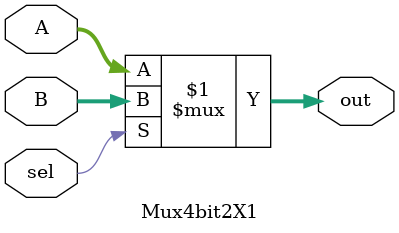
<source format=v>
`timescale 1ns / 1ps


module Mux4bit2X1(
    input sel,
    input [3:0] A,
    input [3:0] B,
    output [3:0] out
    );
    
    assign out = (sel) ? B : A;
endmodule

</source>
